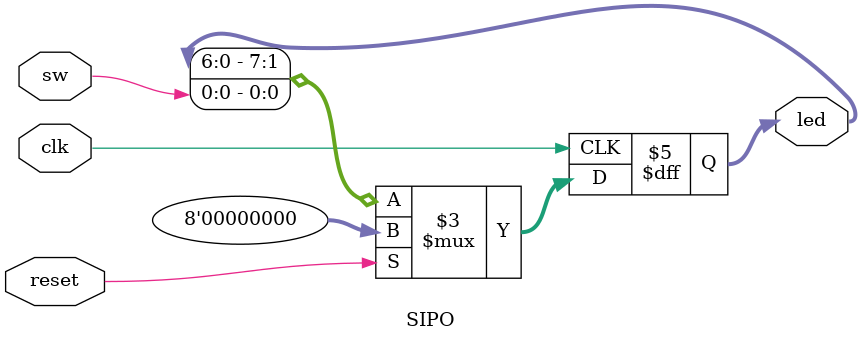
<source format=v>
`timescale 1ns / 1ps


module SIPO(
input clk,
input reset,
input sw,
output reg [7:0] led
    );

always @ (posedge (clk))
begin
    if (reset)
        led <= 8'b0;
    else
        led[7:0] <= {led[6:0], sw};
 end       
endmodule

</source>
